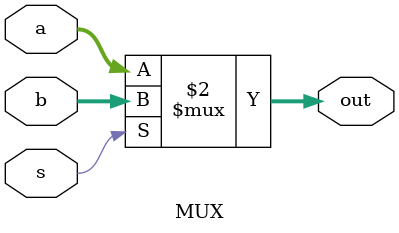
<source format=v>
`timescale 1ns / 1ps

module MUX #(parameter Width = 32)(input [Width-1 : 0] a,b,
 input  s,
 output [Width-1 : 0] out);

assign out = (s == 1'b0) ? a : b;
endmodule
</source>
